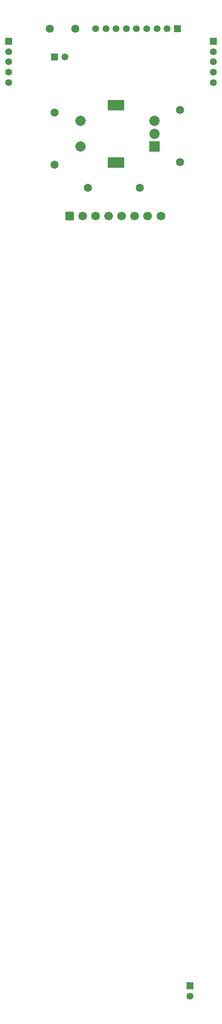
<source format=gbr>
%TF.GenerationSoftware,KiCad,Pcbnew,9.0.3*%
%TF.CreationDate,2026-02-16T14:50:12+01:00*%
%TF.ProjectId,Channel,4368616e-6e65-46c2-9e6b-696361645f70,rev?*%
%TF.SameCoordinates,Original*%
%TF.FileFunction,Copper,L2,Bot*%
%TF.FilePolarity,Positive*%
%FSLAX46Y46*%
G04 Gerber Fmt 4.6, Leading zero omitted, Abs format (unit mm)*
G04 Created by KiCad (PCBNEW 9.0.3) date 2026-02-16 14:50:12*
%MOMM*%
%LPD*%
G01*
G04 APERTURE LIST*
G04 Aperture macros list*
%AMRoundRect*
0 Rectangle with rounded corners*
0 $1 Rounding radius*
0 $2 $3 $4 $5 $6 $7 $8 $9 X,Y pos of 4 corners*
0 Add a 4 corners polygon primitive as box body*
4,1,4,$2,$3,$4,$5,$6,$7,$8,$9,$2,$3,0*
0 Add four circle primitives for the rounded corners*
1,1,$1+$1,$2,$3*
1,1,$1+$1,$4,$5*
1,1,$1+$1,$6,$7*
1,1,$1+$1,$8,$9*
0 Add four rect primitives between the rounded corners*
20,1,$1+$1,$2,$3,$4,$5,0*
20,1,$1+$1,$4,$5,$6,$7,0*
20,1,$1+$1,$6,$7,$8,$9,0*
20,1,$1+$1,$8,$9,$2,$3,0*%
G04 Aperture macros list end*
%TA.AperFunction,ComponentPad*%
%ADD10R,1.350000X1.350000*%
%TD*%
%TA.AperFunction,ComponentPad*%
%ADD11C,1.350000*%
%TD*%
%TA.AperFunction,ComponentPad*%
%ADD12C,1.600000*%
%TD*%
%TA.AperFunction,ComponentPad*%
%ADD13RoundRect,0.255000X-0.595000X-0.595000X0.595000X-0.595000X0.595000X0.595000X-0.595000X0.595000X0*%
%TD*%
%TA.AperFunction,ComponentPad*%
%ADD14C,1.700000*%
%TD*%
%TA.AperFunction,ComponentPad*%
%ADD15R,2.000000X2.000000*%
%TD*%
%TA.AperFunction,ComponentPad*%
%ADD16C,2.000000*%
%TD*%
%TA.AperFunction,ComponentPad*%
%ADD17R,3.200000X2.000000*%
%TD*%
G04 APERTURE END LIST*
D10*
%TO.P,J2,1,Pin_1*%
%TO.N,GND*%
X87000000Y-49000000D03*
D11*
%TO.P,J2,2,Pin_2*%
%TO.N,E_VCC*%
X87000000Y-51000000D03*
%TO.P,J2,3,Pin_3*%
%TO.N,SPI_SCK*%
X87000000Y-53000000D03*
%TO.P,J2,4,Pin_4*%
%TO.N,SPI_MOSI*%
X87000000Y-55000000D03*
%TO.P,J2,5,Pin_5*%
%TO.N,SCR_BL_PWM*%
X87000000Y-57000000D03*
%TD*%
D12*
%TO.P,R3,1*%
%TO.N,E_VCC*%
X80500000Y-72500000D03*
%TO.P,R3,2*%
%TO.N,ENC_SW*%
X80500000Y-62340000D03*
%TD*%
D13*
%TO.P,U1,1,GND*%
%TO.N,GND*%
X58900000Y-83000000D03*
D14*
%TO.P,U1,2,VCC*%
%TO.N,E_VCC*%
X61450000Y-83000000D03*
%TO.P,U1,3,SCL*%
%TO.N,SPI_SCK*%
X64000000Y-83000000D03*
%TO.P,U1,4,SDA*%
%TO.N,SPI_MOSI*%
X66550000Y-83000000D03*
%TO.P,U1,5,RST*%
%TO.N,SCREEN_RST*%
X69100000Y-83000000D03*
%TO.P,U1,6,DC*%
%TO.N,SCREEN_DC*%
X71650000Y-83000000D03*
%TO.P,U1,7,CS*%
%TO.N,SCREEN_CS*%
X74200000Y-83000000D03*
%TO.P,U1,8,BL*%
%TO.N,SCR_BL_PWM*%
X76750000Y-83000000D03*
%TD*%
D10*
%TO.P,J1,1,Pin_1*%
%TO.N,GND*%
X80000000Y-46500000D03*
D11*
%TO.P,J1,2,Pin_2*%
%TO.N,E_VCC*%
X78000000Y-46500000D03*
%TO.P,J1,3,Pin_3*%
%TO.N,SCREEN_CS*%
X76000000Y-46500000D03*
%TO.P,J1,4,Pin_4*%
%TO.N,SCREEN_DC*%
X74000000Y-46500000D03*
%TO.P,J1,5,Pin_5*%
%TO.N,ENC_CLK*%
X72000000Y-46500000D03*
%TO.P,J1,6,Pin_6*%
%TO.N,ENC_DT*%
X70000000Y-46500000D03*
%TO.P,J1,7,Pin_7*%
%TO.N,ENC_SW*%
X68000000Y-46500000D03*
%TO.P,J1,8,Pin_8*%
%TO.N,FADER_OUT*%
X66000000Y-46500000D03*
%TO.P,J1,9,Pin_9*%
%TO.N,SCREEN_RST*%
X64000000Y-46500000D03*
%TD*%
D10*
%TO.P,J4,1,Pin_1*%
%TO.N,MOTOR+*%
X82500000Y-233000000D03*
D11*
%TO.P,J4,2,Pin_2*%
%TO.N,MOTOR-*%
X82500000Y-235000000D03*
%TD*%
D15*
%TO.P,SW1,A,A*%
%TO.N,ENC_CLK*%
X75500000Y-69500000D03*
D16*
%TO.P,SW1,B,B*%
%TO.N,ENC_DT*%
X75500000Y-64500000D03*
%TO.P,SW1,C,C*%
%TO.N,GND*%
X75500000Y-67000000D03*
D17*
%TO.P,SW1,MP*%
%TO.N,N/C*%
X68000000Y-72600000D03*
X68000000Y-61400000D03*
D16*
%TO.P,SW1,S1,S1*%
%TO.N,ENC_SW*%
X61000000Y-64500000D03*
%TO.P,SW1,S2,S2*%
%TO.N,GND*%
X61000000Y-69500000D03*
%TD*%
D10*
%TO.P,J6,1,Pin_1*%
%TO.N,MOTOR+*%
X56000000Y-52000000D03*
D11*
%TO.P,J6,2,Pin_2*%
%TO.N,MOTOR-*%
X58000000Y-52000000D03*
%TD*%
D12*
%TO.P,C1,1*%
%TO.N,GND*%
X60000000Y-46500000D03*
%TO.P,C1,2*%
%TO.N,E_VCC*%
X55000000Y-46500000D03*
%TD*%
D10*
%TO.P,J3,1,Pin_1*%
%TO.N,GND*%
X47000000Y-49000000D03*
D11*
%TO.P,J3,2,Pin_2*%
%TO.N,E_VCC*%
X47000000Y-51000000D03*
%TO.P,J3,3,Pin_3*%
%TO.N,SPI_SCK*%
X47000000Y-53000000D03*
%TO.P,J3,4,Pin_4*%
%TO.N,SPI_MOSI*%
X47000000Y-55000000D03*
%TO.P,J3,5,Pin_5*%
%TO.N,SCR_BL_PWM*%
X47000000Y-57000000D03*
%TD*%
D12*
%TO.P,R2,1*%
%TO.N,E_VCC*%
X62500000Y-77500000D03*
%TO.P,R2,2*%
%TO.N,ENC_DT*%
X72660000Y-77500000D03*
%TD*%
%TO.P,R1,1*%
%TO.N,E_VCC*%
X56000000Y-73000000D03*
%TO.P,R1,2*%
%TO.N,ENC_CLK*%
X56000000Y-62840000D03*
%TD*%
M02*

</source>
